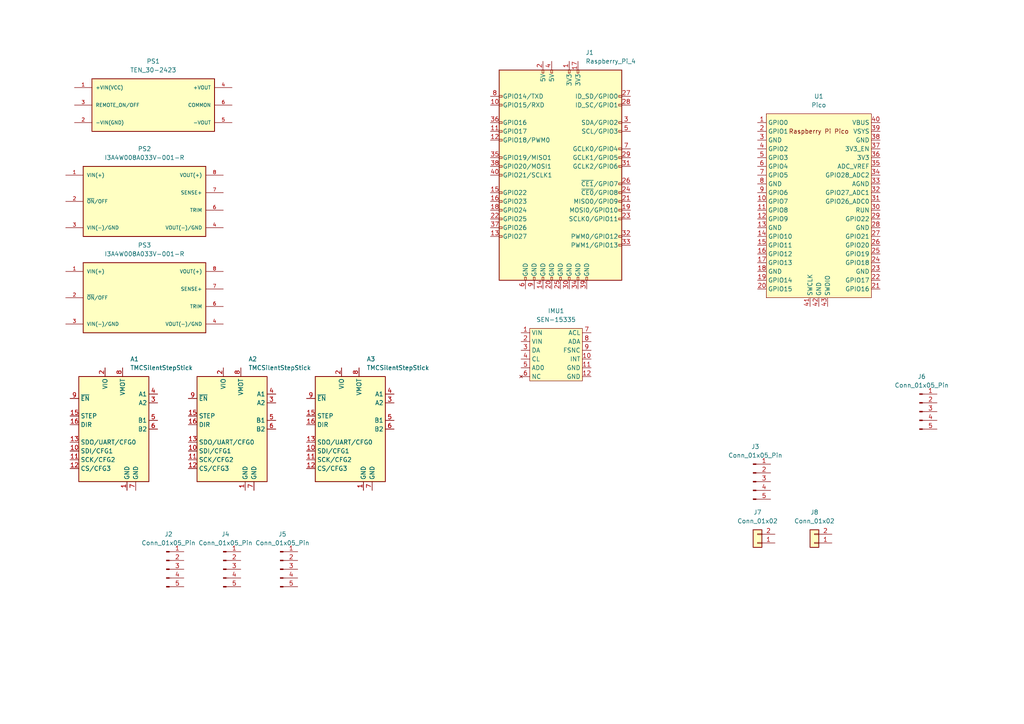
<source format=kicad_sch>
(kicad_sch (version 20230121) (generator eeschema)
  (paper "A4")
  (lib_symbols
    (symbol "Connector:Conn_01x05_Pin" (pin_names (offset 1.016) hide)
      (property "Reference" "J" (at 0 7.62 0))
      (property "Value" "Conn_01x05_Pin" (at 0 -7.62 0))
      (symbol "Conn_01x05_Pin_1_1"
        (polyline (pts (xy 1.27 -5.08) (xy 0.8636 -5.08)) (stroke (width 0.1524)))
        (polyline (pts (xy 1.27 -2.54) (xy 0.8636 -2.54)) (stroke (width 0.1524)))
        (polyline (pts (xy 1.27 0) (xy 0.8636 0)) (stroke (width 0.1524)))
        (polyline (pts (xy 1.27 2.54) (xy 0.8636 2.54)) (stroke (width 0.1524)))
        (polyline (pts (xy 1.27 5.08) (xy 0.8636 5.08)) (stroke (width 0.1524)))
        (rectangle (start 0.8636 -4.953) (end 0 -5.207) (stroke (width 0.1524)) (fill (type outline)))
        (rectangle (start 0.8636 -2.413) (end 0 -2.667) (stroke (width 0.1524)) (fill (type outline)))
        (rectangle (start 0.8636 0.127) (end 0 -0.127) (stroke (width 0.1524)) (fill (type outline)))
        (rectangle (start 0.8636 2.667) (end 0 2.413) (stroke (width 0.1524)) (fill (type outline)))
        (rectangle (start 0.8636 5.207) (end 0 4.953) (stroke (width 0.1524)) (fill (type outline)))
        (pin passive line (at 5.08 5.08 180) (length 3.81) (name "Pin_1") (number "1"))
        (pin passive line (at 5.08 2.54 180) (length 3.81) (name "Pin_2") (number "2"))
        (pin passive line (at 5.08 0 180) (length 3.81) (name "Pin_3") (number "3"))
        (pin passive line (at 5.08 -2.54 180) (length 3.81) (name "Pin_4") (number "4"))
        (pin passive line (at 5.08 -5.08 180) (length 3.81) (name "Pin_5") (number "5"))
      )
    )
    (symbol "Connector_Generic:Conn_01x02" (pin_names (offset 1.016) hide)
      (property "Reference" "J" (at 0 2.54 0))
      (property "Value" "Conn_01x02" (at 0 -5.08 0))
      (symbol "Conn_01x02_1_1"
        (rectangle (start -1.27 -2.413) (end 0 -2.667) (stroke (width 0.1524)))
        (rectangle (start -1.27 0.127) (end 0 -0.127) (stroke (width 0.1524)))
        (rectangle (start -1.27 1.27) (end 1.27 -3.81) (stroke (width 0.254)) (fill (type background)))
        (pin passive line (at -5.08 0 0) (length 3.81) (name "Pin_1") (number "1"))
        (pin passive line (at -5.08 -2.54 0) (length 3.81) (name "Pin_2") (number "2"))
      )
    )
    (symbol "ENSMASTEEL_librairy:I3A4W008A033V-001-R" (pin_names (offset 1.016))
      (property "Reference" "PS" (at -17.78 10.922 0))
      (property "Value" "I3A4W008A033V-001-R" (at -17.78 -12.7 0))
      (symbol "I3A4W008A033V-001-R_0_0"
        (rectangle (start -17.78 -10.16) (end 17.78 10.16) (stroke (width 0.254)) (fill (type background)))
        (pin input line (at -22.86 7.62 0) (length 5.08) (name "VIN(+)") (number "1"))
        (pin input line (at -22.86 0 0) (length 5.08) (name "~{ON}/OFF") (number "2"))
        (pin input line (at -22.86 -7.62 0) (length 5.08) (name "VIN(-)/GND") (number "3"))
        (pin output line (at 22.86 -7.62 180) (length 5.08) (name "VOUT(-)/GND") (number "4"))
        (pin passive line (at 22.86 -2.54 180) (length 5.08) (name "TRIM") (number "6"))
        (pin input line (at 22.86 2.54 180) (length 5.08) (name "SENSE+") (number "7"))
        (pin output line (at 22.86 7.62 180) (length 5.08) (name "VOUT(+)") (number "8"))
      )
    )
    (symbol "ENSMASTEEL_librairy:Pico"
      (property "Reference" "U" (at -13.97 27.94 0))
      (property "Value" "Pico" (at 0 19.05 0))
      (symbol "Pico_0_0"
        (text "Raspberry Pi Pico" (at 0 21.59 0) (effects (font (size 1.27 1.27))))
      )
      (symbol "Pico_0_1"
        (rectangle (start -15.24 26.67) (end 15.24 -26.67) (fill (type background)))
      )
      (symbol "Pico_1_1"
        (pin bidirectional line (at -17.78 24.13 0) (length 2.54) (name "GPIO0") (number "1"))
        (pin bidirectional line (at -17.78 1.27 0) (length 2.54) (name "GPIO7") (number "10"))
        (pin bidirectional line (at -17.78 -1.27 0) (length 2.54) (name "GPIO8") (number "11"))
        (pin bidirectional line (at -17.78 -3.81 0) (length 2.54) (name "GPIO9") (number "12"))
        (pin power_in line (at -17.78 -6.35 0) (length 2.54) (name "GND") (number "13"))
        (pin bidirectional line (at -17.78 -8.89 0) (length 2.54) (name "GPIO10") (number "14"))
        (pin bidirectional line (at -17.78 -11.43 0) (length 2.54) (name "GPIO11") (number "15"))
        (pin bidirectional line (at -17.78 -13.97 0) (length 2.54) (name "GPIO12") (number "16"))
        (pin bidirectional line (at -17.78 -16.51 0) (length 2.54) (name "GPIO13") (number "17"))
        (pin power_in line (at -17.78 -19.05 0) (length 2.54) (name "GND") (number "18"))
        (pin bidirectional line (at -17.78 -21.59 0) (length 2.54) (name "GPIO14") (number "19"))
        (pin bidirectional line (at -17.78 21.59 0) (length 2.54) (name "GPIO1") (number "2"))
        (pin bidirectional line (at -17.78 -24.13 0) (length 2.54) (name "GPIO15") (number "20"))
        (pin bidirectional line (at 17.78 -24.13 180) (length 2.54) (name "GPIO16") (number "21"))
        (pin bidirectional line (at 17.78 -21.59 180) (length 2.54) (name "GPIO17") (number "22"))
        (pin power_in line (at 17.78 -19.05 180) (length 2.54) (name "GND") (number "23"))
        (pin bidirectional line (at 17.78 -16.51 180) (length 2.54) (name "GPIO18") (number "24"))
        (pin bidirectional line (at 17.78 -13.97 180) (length 2.54) (name "GPIO19") (number "25"))
        (pin bidirectional line (at 17.78 -11.43 180) (length 2.54) (name "GPIO20") (number "26"))
        (pin bidirectional line (at 17.78 -8.89 180) (length 2.54) (name "GPIO21") (number "27"))
        (pin power_in line (at 17.78 -6.35 180) (length 2.54) (name "GND") (number "28"))
        (pin bidirectional line (at 17.78 -3.81 180) (length 2.54) (name "GPIO22") (number "29"))
        (pin power_in line (at -17.78 19.05 0) (length 2.54) (name "GND") (number "3"))
        (pin input line (at 17.78 -1.27 180) (length 2.54) (name "RUN") (number "30"))
        (pin bidirectional line (at 17.78 1.27 180) (length 2.54) (name "GPIO26_ADC0") (number "31"))
        (pin bidirectional line (at 17.78 3.81 180) (length 2.54) (name "GPIO27_ADC1") (number "32"))
        (pin power_in line (at 17.78 6.35 180) (length 2.54) (name "AGND") (number "33"))
        (pin bidirectional line (at 17.78 8.89 180) (length 2.54) (name "GPIO28_ADC2") (number "34"))
        (pin power_in line (at 17.78 11.43 180) (length 2.54) (name "ADC_VREF") (number "35"))
        (pin power_in line (at 17.78 13.97 180) (length 2.54) (name "3V3") (number "36"))
        (pin input line (at 17.78 16.51 180) (length 2.54) (name "3V3_EN") (number "37"))
        (pin bidirectional line (at 17.78 19.05 180) (length 2.54) (name "GND") (number "38"))
        (pin power_in line (at 17.78 21.59 180) (length 2.54) (name "VSYS") (number "39"))
        (pin bidirectional line (at -17.78 16.51 0) (length 2.54) (name "GPIO2") (number "4"))
        (pin power_in line (at 17.78 24.13 180) (length 2.54) (name "VBUS") (number "40"))
        (pin input line (at -2.54 -29.21 90) (length 2.54) (name "SWCLK") (number "41"))
        (pin power_in line (at 0 -29.21 90) (length 2.54) (name "GND") (number "42"))
        (pin bidirectional line (at 2.54 -29.21 90) (length 2.54) (name "SWDIO") (number "43"))
        (pin bidirectional line (at -17.78 13.97 0) (length 2.54) (name "GPIO3") (number "5"))
        (pin bidirectional line (at -17.78 11.43 0) (length 2.54) (name "GPIO4") (number "6"))
        (pin bidirectional line (at -17.78 8.89 0) (length 2.54) (name "GPIO5") (number "7"))
        (pin power_in line (at -17.78 6.35 0) (length 2.54) (name "GND") (number "8"))
        (pin bidirectional line (at -17.78 3.81 0) (length 2.54) (name "GPIO6") (number "9"))
      )
    )
    (symbol "ENSMASTEEL_librairy:Raspberry_Pi_4" (pin_names (offset 1.016))
      (property "Reference" "J" (at -17.78 31.75 0))
      (property "Value" "Raspberry_Pi_4" (at 10.16 -31.75 0))
      (symbol "Raspberry_Pi_4_0_1"
        (rectangle (start -17.78 30.48) (end 17.78 -30.48) (stroke (width 0.254)) (fill (type background)))
      )
      (symbol "Raspberry_Pi_4_1_1"
        (rectangle (start -16.891 -17.526) (end -17.78 -18.034))
        (rectangle (start -16.891 -14.986) (end -17.78 -15.494))
        (rectangle (start -16.891 -12.446) (end -17.78 -12.954))
        (rectangle (start -16.891 -9.906) (end -17.78 -10.414))
        (rectangle (start -16.891 -7.366) (end -17.78 -7.874))
        (rectangle (start -16.891 -4.826) (end -17.78 -5.334))
        (rectangle (start -16.891 0.254) (end -17.78 -0.254))
        (rectangle (start -16.891 2.794) (end -17.78 2.286))
        (rectangle (start -16.891 5.334) (end -17.78 4.826))
        (rectangle (start -16.891 10.414) (end -17.78 9.906))
        (rectangle (start -16.891 12.954) (end -17.78 12.446))
        (rectangle (start -16.891 15.494) (end -17.78 14.986))
        (rectangle (start -16.891 20.574) (end -17.78 20.066))
        (rectangle (start -16.891 23.114) (end -17.78 22.606))
        (rectangle (start -10.414 -29.591) (end -9.906 -30.48))
        (rectangle (start -7.874 -29.591) (end -7.366 -30.48))
        (rectangle (start -5.334 -29.591) (end -4.826 -30.48))
        (rectangle (start -5.334 30.48) (end -4.826 29.591))
        (rectangle (start -2.794 -29.591) (end -2.286 -30.48))
        (rectangle (start -2.794 30.48) (end -2.286 29.591))
        (rectangle (start -0.254 -29.591) (end 0.254 -30.48))
        (rectangle (start 2.286 -29.591) (end 2.794 -30.48))
        (rectangle (start 2.286 30.48) (end 2.794 29.591))
        (rectangle (start 4.826 -29.591) (end 5.334 -30.48))
        (rectangle (start 4.826 30.48) (end 5.334 29.591))
        (rectangle (start 7.366 -29.591) (end 7.874 -30.48))
        (rectangle (start 17.78 -20.066) (end 16.891 -20.574))
        (rectangle (start 17.78 -17.526) (end 16.891 -18.034))
        (rectangle (start 17.78 -12.446) (end 16.891 -12.954))
        (rectangle (start 17.78 -9.906) (end 16.891 -10.414))
        (rectangle (start 17.78 -7.366) (end 16.891 -7.874))
        (rectangle (start 17.78 -4.826) (end 16.891 -5.334))
        (rectangle (start 17.78 -2.286) (end 16.891 -2.794))
        (rectangle (start 17.78 2.794) (end 16.891 2.286))
        (rectangle (start 17.78 5.334) (end 16.891 4.826))
        (rectangle (start 17.78 7.874) (end 16.891 7.366))
        (rectangle (start 17.78 12.954) (end 16.891 12.446))
        (rectangle (start 17.78 15.494) (end 16.891 14.986))
        (rectangle (start 17.78 20.574) (end 16.891 20.066))
        (rectangle (start 17.78 23.114) (end 16.891 22.606))
        (pin power_in line (at 2.54 33.02 270) (length 2.54) (name "3V3") (number "1"))
        (pin bidirectional line (at -20.32 20.32 0) (length 2.54) (name "GPIO15/RXD") (number "10"))
        (pin bidirectional line (at -20.32 12.7 0) (length 2.54) (name "GPIO17") (number "11"))
        (pin bidirectional line (at -20.32 10.16 0) (length 2.54) (name "GPIO18/PWM0") (number "12"))
        (pin bidirectional line (at -20.32 -17.78 0) (length 2.54) (name "GPIO27") (number "13"))
        (pin power_in line (at -5.08 -33.02 90) (length 2.54) (name "GND") (number "14"))
        (pin bidirectional line (at -20.32 -5.08 0) (length 2.54) (name "GPIO22") (number "15"))
        (pin bidirectional line (at -20.32 -7.62 0) (length 2.54) (name "GPIO23") (number "16"))
        (pin power_in line (at 5.08 33.02 270) (length 2.54) (name "3V3") (number "17"))
        (pin bidirectional line (at -20.32 -10.16 0) (length 2.54) (name "GPIO24") (number "18"))
        (pin bidirectional line (at 20.32 -10.16 180) (length 2.54) (name "MOSI0/GPIO10") (number "19"))
        (pin power_in line (at -5.08 33.02 270) (length 2.54) (name "5V") (number "2"))
        (pin power_in line (at -2.54 -33.02 90) (length 2.54) (name "GND") (number "20"))
        (pin bidirectional line (at 20.32 -7.62 180) (length 2.54) (name "MISO0/GPIO9") (number "21"))
        (pin bidirectional line (at -20.32 -12.7 0) (length 2.54) (name "GPIO25") (number "22"))
        (pin bidirectional line (at 20.32 -12.7 180) (length 2.54) (name "SCLK0/GPIO11") (number "23"))
        (pin bidirectional line (at 20.32 -5.08 180) (length 2.54) (name "~{CE0}/GPIO8") (number "24"))
        (pin power_in line (at 0 -33.02 90) (length 2.54) (name "GND") (number "25"))
        (pin bidirectional line (at 20.32 -2.54 180) (length 2.54) (name "~{CE1}/GPIO7") (number "26"))
        (pin bidirectional line (at 20.32 22.86 180) (length 2.54) (name "ID_SD/GPIO0") (number "27"))
        (pin bidirectional line (at 20.32 20.32 180) (length 2.54) (name "ID_SC/GPIO1") (number "28"))
        (pin bidirectional line (at 20.32 5.08 180) (length 2.54) (name "GCLK1/GPIO5") (number "29"))
        (pin bidirectional line (at 20.32 15.24 180) (length 2.54) (name "SDA/GPIO2") (number "3"))
        (pin power_in line (at 2.54 -33.02 90) (length 2.54) (name "GND") (number "30"))
        (pin bidirectional line (at 20.32 2.54 180) (length 2.54) (name "GCLK2/GPIO6") (number "31"))
        (pin bidirectional line (at 20.32 -17.78 180) (length 2.54) (name "PWM0/GPIO12") (number "32"))
        (pin bidirectional line (at 20.32 -20.32 180) (length 2.54) (name "PWM1/GPIO13") (number "33"))
        (pin power_in line (at 5.08 -33.02 90) (length 2.54) (name "GND") (number "34"))
        (pin bidirectional line (at -20.32 5.08 0) (length 2.54) (name "GPIO19/MISO1") (number "35"))
        (pin bidirectional line (at -20.32 15.24 0) (length 2.54) (name "GPIO16") (number "36"))
        (pin bidirectional line (at -20.32 -15.24 0) (length 2.54) (name "GPIO26") (number "37"))
        (pin bidirectional line (at -20.32 2.54 0) (length 2.54) (name "GPIO20/MOSI1") (number "38"))
        (pin power_in line (at 7.62 -33.02 90) (length 2.54) (name "GND") (number "39"))
        (pin power_in line (at -2.54 33.02 270) (length 2.54) (name "5V") (number "4"))
        (pin bidirectional line (at -20.32 0 0) (length 2.54) (name "GPIO21/SCLK1") (number "40"))
        (pin bidirectional line (at 20.32 12.7 180) (length 2.54) (name "SCL/GPIO3") (number "5"))
        (pin power_in line (at -10.16 -33.02 90) (length 2.54) (name "GND") (number "6"))
        (pin bidirectional line (at 20.32 7.62 180) (length 2.54) (name "GCLK0/GPIO4") (number "7"))
        (pin bidirectional line (at -20.32 22.86 0) (length 2.54) (name "GPIO14/TXD") (number "8"))
        (pin power_in line (at -7.62 -33.02 90) (length 2.54) (name "GND") (number "9"))
      )
    )
    (symbol "ENSMASTEEL_librairy:SEN-15335"
      (property "Reference" "IMU" (at -7.62 8.89 0))
      (property "Value" "SEN-15335" (at 6.35 8.89 0))
      (symbol "SEN-15335_1_0"
        (pin power_in line (at -10.16 6.35 0) (length 2.54) (name "VIN") (number "1"))
        (pin input line (at 10.16 -1.27 180) (length 2.54) (name "INT") (number "10"))
        (pin power_in line (at -10.16 3.81 0) (length 2.54) (name "VIN") (number "2"))
        (pin input line (at -10.16 1.27 0) (length 2.54) (name "DA") (number "3"))
        (pin input line (at -10.16 -1.27 0) (length 2.54) (name "CL") (number "4"))
        (pin input line (at -10.16 -3.81 0) (length 2.54) (name "AD0") (number "5"))
        (pin input line (at 10.16 6.35 180) (length 2.54) (name "ACL") (number "7"))
        (pin input line (at 10.16 3.81 180) (length 2.54) (name "ADA") (number "8"))
        (pin input line (at 10.16 1.27 180) (length 2.54) (name "FSNC") (number "9"))
      )
      (symbol "SEN-15335_1_1"
        (rectangle (start -7.62 7.62) (end 7.62 -7.62) (fill (type background)))
        (pin power_in line (at 10.16 -3.81 180) (length 2.54) (name "GND") (number "11"))
        (pin power_in line (at 10.16 -6.35 180) (length 2.54) (name "GND") (number "12"))
        (pin no_connect line (at -10.16 -6.35 0) (length 2.54) (name "NC") (number "6"))
      )
    )
    (symbol "ENSMASTEEL_librairy:TEN_30-2423" (pin_names (offset 1.016))
      (property "Reference" "PS" (at -17.78 8.382 0))
      (property "Value" "TEN_30-2423" (at -17.78 -10.16 0))
      (symbol "TEN_30-2423_0_0"
        (rectangle (start -17.78 7.62) (end 17.78 -7.62) (stroke (width 0.254)) (fill (type background)))
        (pin input line (at -22.86 5.08 0) (length 5.08) (name "+VIN(VCC)") (number "1"))
        (pin input line (at -22.86 -5.08 0) (length 5.08) (name "-VIN(GND)") (number "2"))
        (pin input line (at -22.86 0 0) (length 5.08) (name "REMOTE_ON/OFF") (number "3"))
        (pin output line (at 22.86 5.08 180) (length 5.08) (name "+VOUT") (number "4"))
      )
      (symbol "TEN_30-2423_1_0"
        (pin output line (at 22.86 -5.08 180) (length 5.08) (name "-VOUT") (number "5"))
        (pin output line (at 22.86 0 180) (length 5.08) (name "COMMON") (number "6"))
      )
    )
    (symbol "ENSMASTEEL_librairy:TMCSilentStepStick"
      (property "Reference" "A" (at -2.54 16.51 0))
      (property "Value" "TMCSilentStepStick" (at -2.54 13.97 0))
      (symbol "TMCSilentStepStick_0_0"
        (text "" (at -6.35 -12.7 0) (effects (font (size 1.27 1.27))))
      )
      (symbol "TMCSilentStepStick_0_1"
        (rectangle (start -7.62 12.7) (end 12.7 -17.78) (stroke (width 0.254)) (fill (type background)))
      )
      (symbol "TMCSilentStepStick_1_1"
        (pin power_in line (at 6.35 -20.32 90) (length 2.54) (name "GND") (number "1"))
        (pin input line (at -10.16 -8.89 0) (length 2.54) (name "SDI/CFG1") (number "10"))
        (pin input line (at -10.16 -11.43 0) (length 2.54) (name "SCK/CFG2") (number "11"))
        (pin input line (at -10.16 -13.97 0) (length 2.54) (name "CS/CFG3") (number "12"))
        (pin input line (at -10.16 -6.35 0) (length 2.54) (name "SDO/UART/CFG0") (number "13"))
        (pin input line (at -10.16 1.27 0) (length 2.54) (name "STEP") (number "15"))
        (pin input line (at -10.16 -1.27 0) (length 2.54) (name "DIR") (number "16"))
        (pin power_in line (at 0 15.24 270) (length 2.54) (name "VIO") (number "2"))
        (pin output line (at 15.24 5.08 180) (length 2.54) (name "A2") (number "3"))
        (pin output line (at 15.24 7.62 180) (length 2.54) (name "A1") (number "4"))
        (pin output line (at 15.24 0 180) (length 2.54) (name "B1") (number "5"))
        (pin output line (at 15.24 -2.54 180) (length 2.54) (name "B2") (number "6"))
        (pin power_in line (at 8.89 -20.32 90) (length 2.54) (name "GND") (number "7"))
        (pin power_in line (at 5.08 15.24 270) (length 2.54) (name "VMOT") (number "8"))
        (pin input line (at -10.16 6.35 0) (length 2.54) (name "~{EN}") (number "9"))
      )
    )
  )
  (symbol (lib_id "Connector_Generic:Conn_01x02") (at 236.22 157.48 180) (unit 1)
    (property "Reference" "J8" (at 236.22 148.59 0))
    (property "Value" "Conn_01x02" (at 236.22 151.13 0))
    (property "Footprint" "Connector_AMASS:AMASS_XT60-F_1x02_P7.20mm_Vertical" (effects hide))
  )
  (symbol (lib_id "Connector:Conn_01x05_Pin") (at 81.28 165.1 0) (unit 1)
    (property "Reference" "J5" (at 81.915 154.94 0))
    (property "Value" "Conn_01x05_Pin" (at 81.915 157.48 0))
    (property "Footprint" "Connector_JST:JST_XH_B5B-XH-A_1x05_P2.50mm_Vertical" (effects hide))
  )
  (symbol (lib_id "Connector:Conn_01x05_Pin") (at 48.26 165.1 0) (unit 1)
    (property "Reference" "J2" (at 48.895 154.94 0))
    (property "Value" "Conn_01x05_Pin" (at 48.895 157.48 0))
    (property "Footprint" "Connector_JST:JST_XH_B5B-XH-A_1x05_P2.50mm_Vertical" (effects hide))
  )
  (symbol (lib_id "Connector:Conn_01x05_Pin") (at 218.44 139.7 0) (unit 1)
    (property "Reference" "J3" (at 219.075 129.54 0))
    (property "Value" "Conn_01x05_Pin" (at 219.075 132.08 0))
    (property "Footprint" "Connector_JST:JST_PH_B5B-PH-K_1x05_P2.00mm_Vertical" (effects hide))
  )
  (symbol (lib_id "ENSMASTEEL_librairy:Raspberry_Pi_4") (at 162.56 50.8 0) (unit 1)
    (property "Reference" "J1" (at 169.8341 15.24 0) (effects (justify left)))
    (property "Value" "Raspberry_Pi_4" (at 169.8341 17.78 0) (effects (justify left)))
    (property "Footprint" "Ensmasteel_librairy:Raspberry_Pi_4" (effects hide))
    (property "Datasheet" "https://www.raspberrypi.org/documentation/hardware/raspberrypi/schematics/rpi_SCH_3bplus_1p0_reduced.pdf" (effects hide))
  )
  (symbol (lib_id "ENSMASTEEL_librairy:SEN-15335") (at 161.29 102.87 0) (unit 1)
    (property "Reference" "IMU1" (at 161.29 90.17 0))
    (property "Value" "SEN-15335" (at 161.29 92.71 0))
    (property "Footprint" "Ensmasteel_librairy:SEN-15335" (effects hide))
  )
  (symbol (lib_id "ENSMASTEEL_librairy:I3A4W008A033V-001-R") (at 41.91 58.42 0) (unit 1)
    (property "Reference" "PS2" (at 41.91 43.18 0))
    (property "Value" "I3A4W008A033V-001-R" (at 41.91 45.72 0))
    (property "Footprint" "Ensmasteel_librairy:CONV_I3A4W008A033V-001-R" (effects hide))
  )
  (symbol (lib_id "Connector_Generic:Conn_01x02") (at 219.71 157.48 180) (unit 1)
    (property "Reference" "J7" (at 219.71 148.59 0))
    (property "Value" "Conn_01x02" (at 219.71 151.13 0))
    (property "Footprint" "Connector_AMASS:AMASS_XT60-M_1x02_P7.20mm_Vertical" (effects hide))
  )
  (symbol (lib_id "Connector:Conn_01x05_Pin") (at 64.77 165.1 0) (unit 1)
    (property "Reference" "J4" (at 65.405 154.94 0))
    (property "Value" "Conn_01x05_Pin" (at 65.405 157.48 0))
    (property "Footprint" "Connector_JST:JST_XH_B5B-XH-A_1x05_P2.50mm_Vertical" (effects hide))
  )
  (symbol (lib_id "ENSMASTEEL_librairy:TMCSilentStepStick") (at 30.48 121.92 0) (unit 1)
    (property "Reference" "A1" (at 37.7541 104.14 0) (effects (justify left)))
    (property "Value" "TMCSilentStepStick" (at 37.7541 106.68 0) (effects (justify left)))
    (property "Footprint" "Ensmasteel_librairy:TMCStick" (effects hide))
  )
  (symbol (lib_id "ENSMASTEEL_librairy:TMCSilentStepStick") (at 99.06 121.92 0) (unit 1)
    (property "Reference" "A3" (at 106.3341 104.14 0) (effects (justify left)))
    (property "Value" "TMCSilentStepStick" (at 106.3341 106.68 0) (effects (justify left)))
    (property "Footprint" "Ensmasteel_librairy:TMCStick" (effects hide))
  )
  (symbol (lib_id "Connector:Conn_01x05_Pin") (at 266.7 119.38 0) (unit 1)
    (property "Reference" "J6" (at 267.335 109.22 0))
    (property "Value" "Conn_01x05_Pin" (at 267.335 111.76 0))
    (property "Footprint" "Connector_JST:JST_XH_B5B-XH-A_1x05_P2.50mm_Vertical" (effects hide))
  )
  (symbol (lib_id "ENSMASTEEL_librairy:TMCSilentStepStick") (at 64.77 121.92 0) (unit 1)
    (property "Reference" "A2" (at 72.0441 104.14 0) (effects (justify left)))
    (property "Value" "TMCSilentStepStick" (at 72.0441 106.68 0) (effects (justify left)))
    (property "Footprint" "Ensmasteel_librairy:TMCStick" (effects hide))
  )
  (symbol (lib_id "ENSMASTEEL_librairy:TEN_30-2423") (at 44.45 30.48 0) (unit 1)
    (property "Reference" "PS1" (at 44.45 17.78 0))
    (property "Value" "TEN_30-2423" (at 44.45 20.32 0))
    (property "Footprint" "Ensmasteel_librairy:CONV_TEN_30-2423" (effects hide))
  )
  (symbol (lib_id "ENSMASTEEL_librairy:I3A4W008A033V-001-R") (at 41.91 86.36 0) (unit 1)
    (property "Reference" "PS3" (at 41.91 71.12 0))
    (property "Value" "I3A4W008A033V-001-R" (at 41.91 73.66 0))
    (property "Footprint" "Ensmasteel_librairy:CONV_I3A4W008A033V-001-R" (effects hide))
  )
  (symbol (lib_id "ENSMASTEEL_librairy:Pico") (at 237.49 59.69 0) (unit 1)
    (property "Reference" "U1" (at 237.49 27.94 0))
    (property "Value" "Pico" (at 237.49 30.48 0))
    (property "Footprint" "Ensmasteel_librairy:RPi_Pico_SMD_TH" (effects hide))
  )
)
</source>
